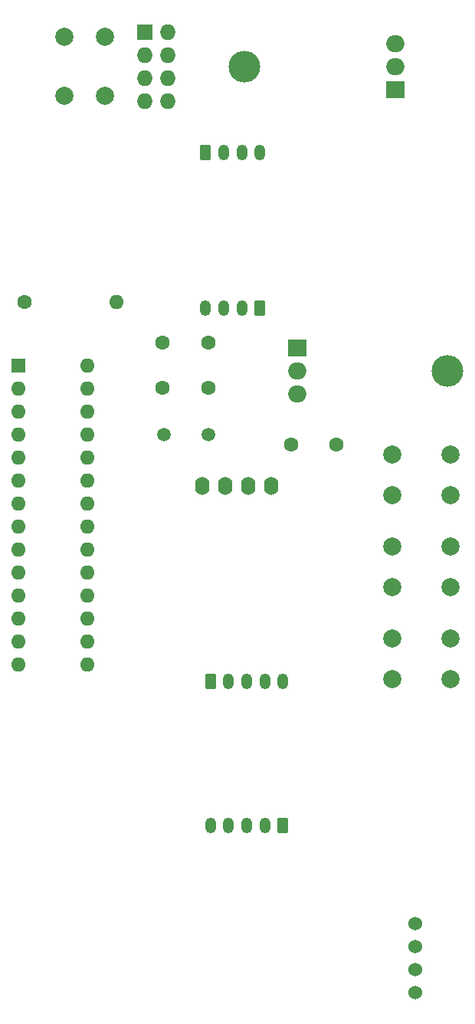
<source format=gbr>
%TF.GenerationSoftware,KiCad,Pcbnew,7.0.10-7.0.10~ubuntu22.04.1*%
%TF.CreationDate,2024-03-21T08:58:38+05:30*%
%TF.ProjectId,Smart Watch,536d6172-7420-4576-9174-63682e6b6963,rev?*%
%TF.SameCoordinates,Original*%
%TF.FileFunction,Soldermask,Bot*%
%TF.FilePolarity,Negative*%
%FSLAX46Y46*%
G04 Gerber Fmt 4.6, Leading zero omitted, Abs format (unit mm)*
G04 Created by KiCad (PCBNEW 7.0.10-7.0.10~ubuntu22.04.1) date 2024-03-21 08:58:38*
%MOMM*%
%LPD*%
G01*
G04 APERTURE LIST*
G04 Aperture macros list*
%AMRoundRect*
0 Rectangle with rounded corners*
0 $1 Rounding radius*
0 $2 $3 $4 $5 $6 $7 $8 $9 X,Y pos of 4 corners*
0 Add a 4 corners polygon primitive as box body*
4,1,4,$2,$3,$4,$5,$6,$7,$8,$9,$2,$3,0*
0 Add four circle primitives for the rounded corners*
1,1,$1+$1,$2,$3*
1,1,$1+$1,$4,$5*
1,1,$1+$1,$6,$7*
1,1,$1+$1,$8,$9*
0 Add four rect primitives between the rounded corners*
20,1,$1+$1,$2,$3,$4,$5,0*
20,1,$1+$1,$4,$5,$6,$7,0*
20,1,$1+$1,$6,$7,$8,$9,0*
20,1,$1+$1,$8,$9,$2,$3,0*%
G04 Aperture macros list end*
%ADD10C,2.000000*%
%ADD11C,1.600000*%
%ADD12O,1.600000X1.600000*%
%ADD13O,1.600000X2.000000*%
%ADD14C,1.500000*%
%ADD15O,3.500000X3.500000*%
%ADD16R,2.000000X1.905000*%
%ADD17O,2.000000X1.905000*%
%ADD18R,1.600000X1.600000*%
%ADD19C,1.524000*%
%ADD20RoundRect,0.250000X-0.350000X-0.625000X0.350000X-0.625000X0.350000X0.625000X-0.350000X0.625000X0*%
%ADD21O,1.200000X1.750000*%
%ADD22RoundRect,0.250000X0.350000X0.625000X-0.350000X0.625000X-0.350000X-0.625000X0.350000X-0.625000X0*%
%ADD23R,1.727200X1.727200*%
%ADD24O,1.727200X1.727200*%
G04 APERTURE END LIST*
D10*
%TO.C,S1*%
X93340000Y-49605000D03*
X93340000Y-43105000D03*
X97840000Y-49605000D03*
X97840000Y-43105000D03*
%TD*%
%TO.C,S4*%
X129540000Y-109510000D03*
X136040000Y-109510000D03*
X129540000Y-114010000D03*
X136040000Y-114010000D03*
%TD*%
%TO.C,S3*%
X129540000Y-99350000D03*
X136040000Y-99350000D03*
X129540000Y-103850000D03*
X136040000Y-103850000D03*
%TD*%
%TO.C,Se*%
X129540000Y-89190000D03*
X136040000Y-89190000D03*
X129540000Y-93690000D03*
X136040000Y-93690000D03*
%TD*%
D11*
%TO.C,R1*%
X88900000Y-72390000D03*
D12*
X99060000Y-72390000D03*
%TD*%
D13*
%TO.C,Brd1*%
X108585000Y-92710000D03*
X111125000Y-92710000D03*
X113665000Y-92710000D03*
X116205000Y-92710000D03*
%TD*%
D11*
%TO.C,C3*%
X123364000Y-88138000D03*
X118364000Y-88138000D03*
%TD*%
D14*
%TO.C,Y1*%
X109220000Y-86995000D03*
X104340000Y-86995000D03*
%TD*%
D15*
%TO.C,U4*%
X113220000Y-46355000D03*
D16*
X129880000Y-48895000D03*
D17*
X129880000Y-46355000D03*
X129880000Y-43815000D03*
%TD*%
D18*
%TO.C,U2*%
X88265000Y-79375000D03*
D12*
X88265000Y-81915000D03*
X88265000Y-84455000D03*
X88265000Y-86995000D03*
X88265000Y-89535000D03*
X88265000Y-92075000D03*
X88265000Y-94615000D03*
X88265000Y-97155000D03*
X88265000Y-99695000D03*
X88265000Y-102235000D03*
X88265000Y-104775000D03*
X88265000Y-107315000D03*
X88265000Y-109855000D03*
X88265000Y-112395000D03*
X95885000Y-112395000D03*
X95885000Y-109855000D03*
X95885000Y-107315000D03*
X95885000Y-104775000D03*
X95885000Y-102235000D03*
X95885000Y-99695000D03*
X95885000Y-97155000D03*
X95885000Y-94615000D03*
X95885000Y-92075000D03*
X95885000Y-89535000D03*
X95885000Y-86995000D03*
X95885000Y-84455000D03*
X95885000Y-81915000D03*
X95885000Y-79375000D03*
%TD*%
D19*
%TO.C,RTC1*%
X132072500Y-141057500D03*
X132072500Y-143597500D03*
X132072500Y-146137500D03*
X132072500Y-148677500D03*
%TD*%
D20*
%TO.C,J2*%
X109475000Y-114300000D03*
D21*
X111475000Y-114300000D03*
X113475000Y-114300000D03*
X115475000Y-114300000D03*
X117475000Y-114300000D03*
%TD*%
D22*
%TO.C,J3*%
X114935000Y-73025000D03*
D21*
X112935000Y-73025000D03*
X110935000Y-73025000D03*
X108935000Y-73025000D03*
%TD*%
D22*
%TO.C,J1*%
X117475000Y-130175000D03*
D21*
X115475000Y-130175000D03*
X113475000Y-130175000D03*
X111475000Y-130175000D03*
X109475000Y-130175000D03*
%TD*%
D15*
%TO.C,U1*%
X135700000Y-80010000D03*
D16*
X119040000Y-77470000D03*
D17*
X119040000Y-80010000D03*
X119040000Y-82550000D03*
%TD*%
D23*
%TO.C,U3*%
X102194000Y-42545000D03*
D24*
X104734000Y-42545000D03*
X102194000Y-45085000D03*
X104734000Y-45085000D03*
X102194000Y-47625000D03*
X104734000Y-47625000D03*
X102194000Y-50165000D03*
X104734000Y-50165000D03*
%TD*%
D20*
%TO.C,J4*%
X108935000Y-55880000D03*
D21*
X110935000Y-55880000D03*
X112935000Y-55880000D03*
X114935000Y-55880000D03*
%TD*%
D11*
%TO.C,C2*%
X109220000Y-81875000D03*
X109220000Y-76875000D03*
%TD*%
%TO.C,C1*%
X104140000Y-81875000D03*
X104140000Y-76875000D03*
%TD*%
M02*

</source>
